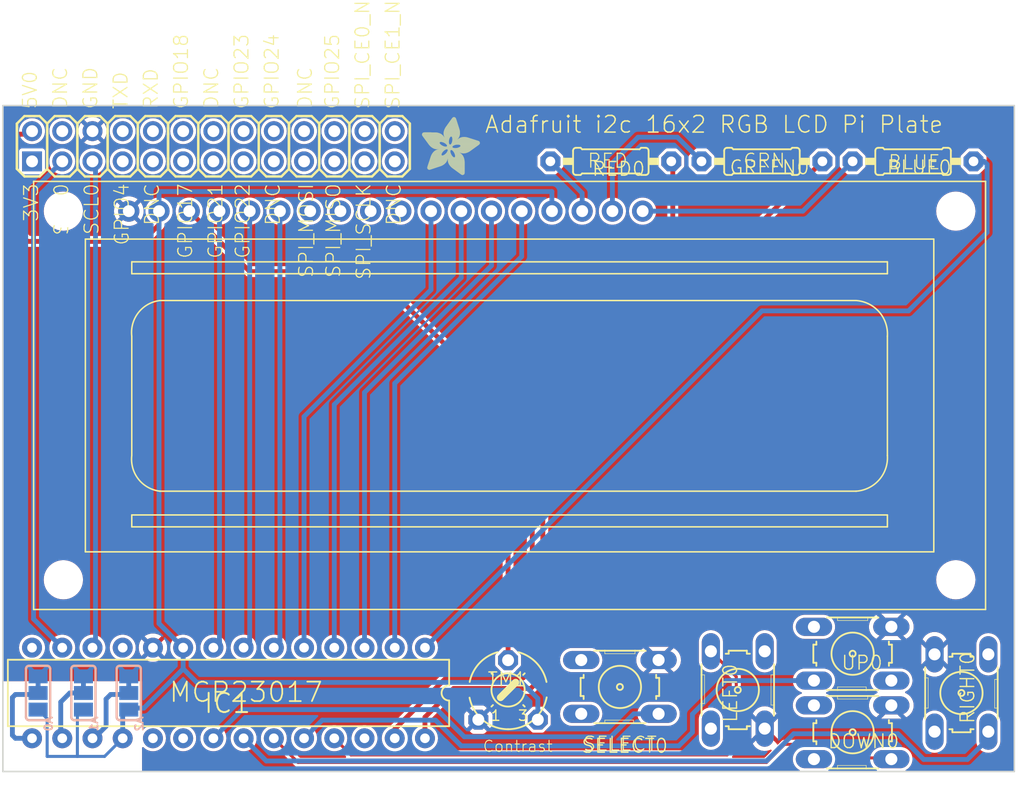
<source format=kicad_pcb>
(kicad_pcb (version 20221018) (generator pcbnew)
  (layers (0 "F.Cu" signal) (1 "In1.Cu" signal) (2 "In2.Cu" signal) (3 "In3.Cu" signal) (4 "In4.Cu" signal) (5 "In5.Cu" signal) (6 "In6.Cu" signal) (7 "In7.Cu" signal) (8 "In8.Cu" signal) (9 "In9.Cu" signal) (10 "In10.Cu" signal) (11 "In11.Cu" signal) (12 "In12.Cu" signal) (13 "In13.Cu" signal) (14 "In14.Cu" signal) (31 "B.Cu" signal) (34 "B.Paste" user) (35 "F.Paste" user) (36 "B.SilkS" user "B.Silkscreen") (37 "F.SilkS" user "F.Silkscreen") (38 "B.Mask" user) (39 "F.Mask" user) (44 "Edge.Cuts" user))
  (net 0 "")
  (net 1 "GND")
  (net 2 "+5V")
  (net 3 "SCL")
  (net 4 "SDA")
  (net 5 "N$2")
  (net 6 "N$3")
  (net 7 "N$4")
  (net 8 "N$5")
  (net 9 "GPA0")
  (net 10 "GPA1")
  (net 11 "GPA2")
  (net 12 "GPA3")
  (net 13 "GPA4")
  (net 14 "GPA6")
  (net 15 "GPA7")
  (net 16 "GPB0")
  (net 17 "GPB1")
  (net 18 "GPB2")
  (net 19 "GPB3")
  (net 20 "GPB4")
  (net 21 "GPB5")
  (net 22 "GPB6")
  (net 23 "GPB7")
  (footprint "working:LCD1602-RGB" (layer "F.Cu") (at 148.5831 101.3806)
    (fp_text reference "U$1" hide)
    (fp_text value "HD44780LCD_RGBLONGPINS" hide)
    (pad "" np_thru_hole circle (at -37.5 -15.5) (size 2.8 2.8) (drill 2.8) (layers "*.Cu" "*.Mask"))
    (pad "" np_thru_hole circle (at -37.5 15.5) (size 2.8 2.8) (drill 2.8) (layers "*.Cu" "*.Mask"))
    (pad "" np_thru_hole circle (at 37.5 -15.5) (size 2.8 2.8) (drill 2.8) (layers "*.Cu" "*.Mask"))
    (pad "" np_thru_hole circle (at 37.5 15.5) (size 2.8 2.8) (drill 2.8) (layers "*.Cu" "*.Mask"))
    (pad "1" thru_hole circle (at -32 -15.5 90) (size 1.778 1.778) (drill 1) (layers "*.Cu" "*.Mask") (net 1 "GND"))
    (pad "2" thru_hole circle (at -29.46 -15.5 90) (size 1.778 1.778) (drill 1) (layers "*.Cu" "*.Mask") (net 2 "+5V"))
    (pad "3" thru_hole circle (at -26.92 -15.5 90) (size 1.778 1.778) (drill 1) (layers "*.Cu" "*.Mask") (net 8 "N$5"))
    (pad "4" thru_hole circle (at -24.38 -15.5 90) (size 1.778 1.778) (drill 1) (layers "*.Cu" "*.Mask") (net 23 "GPB7"))
    (pad "5" thru_hole circle (at -21.84 -15.5 90) (size 1.778 1.778) (drill 1) (layers "*.Cu" "*.Mask") (net 22 "GPB6"))
    (pad "6" thru_hole circle (at -19.3 -15.5 90) (size 1.778 1.778) (drill 1) (layers "*.Cu" "*.Mask") (net 21 "GPB5"))
    (pad "7" thru_hole circle (at -16.76 -15.5 90) (size 1.778 1.778) (drill 1) (layers "*.Cu" "*.Mask"))
    (pad "8" thru_hole circle (at -14.22 -15.5 90) (size 1.778 1.778) (drill 1) (layers "*.Cu" "*.Mask"))
    (pad "9" thru_hole circle (at -11.68 -15.5 90) (size 1.778 1.778) (drill 1) (layers "*.Cu" "*.Mask"))
    (pad "10" thru_hole circle (at -9.14 -15.5 90) (size 1.778 1.778) (drill 1) (layers "*.Cu" "*.Mask"))
    (pad "11" thru_hole circle (at -6.6 -15.5 90) (size 1.778 1.778) (drill 1) (layers "*.Cu" "*.Mask") (net 20 "GPB4"))
    (pad "12" thru_hole circle (at -4.06 -15.5 90) (size 1.778 1.778) (drill 1) (layers "*.Cu" "*.Mask") (net 19 "GPB3"))
    (pad "13" thru_hole circle (at -1.52 -15.5 90) (size 1.778 1.778) (drill 1) (layers "*.Cu" "*.Mask") (net 18 "GPB2"))
    (pad "14" thru_hole circle (at 1.02 -15.5 90) (size 1.778 1.778) (drill 1) (layers "*.Cu" "*.Mask") (net 17 "GPB1"))
    (pad "15" thru_hole circle (at 3.56 -15.5 90) (size 1.778 1.778) (drill 1) (layers "*.Cu" "*.Mask") (net 2 "+5V"))
    (pad "16" thru_hole circle (at 6.1 -15.5 90) (size 1.778 1.778) (drill 1) (layers "*.Cu" "*.Mask") (net 7 "N$4"))
    (pad "17" thru_hole circle (at 8.64 -15.5 90) (size 1.778 1.778) (drill 1) (layers "*.Cu" "*.Mask") (net 6 "N$3"))
    (pad "18" thru_hole circle (at 11.18 -15.5 90) (size 1.778 1.778) (drill 1) (layers "*.Cu" "*.Mask") (net 5 "N$2"))
  )
  (footprint "working:B3F-10XX" (layer "F.Cu") (at 157.8541 125.8916)
    (fp_text reference "SELECT0" (at -3.302 4.953) (layer "F.SilkS") (effects (font (size 1.1557 1.1557) (thickness 0.1143)) (justify left)))
    (fp_text value "")
    (pad "1" thru_hole oval (at -3.2512 -2.2606) (size 3.048 1.524) (drill 1.016) (layers "*.Cu" "*.Mask"))
    (pad "2" thru_hole oval (at 3.2512 -2.2606) (size 3.048 1.524) (drill 1.016) (layers "*.Cu" "*.Mask") (net 1 "GND"))
    (pad "3" thru_hole oval (at -3.2512 2.2606) (size 3.048 1.524) (drill 1.016) (layers "*.Cu" "*.Mask"))
    (pad "4" thru_hole oval (at 3.2512 2.2606) (size 3.048 1.524) (drill 1.016) (layers "*.Cu" "*.Mask") (net 9 "GPA0"))
  )
  (footprint "working:0207_10" (layer "F.Cu") (at 182.4921 81.6956)
    (fp_text reference "BLUE0" (at -2.286 0.508) (layer "F.SilkS") (effects (font (size 1.1557 1.1557) (thickness 0.1143)) (justify left)))
    (fp_text value "220")
    (pad "1" thru_hole roundrect (at -5.08 0) (size 1.6764 1.6764) (drill 0.8128) (layers "*.Cu" "*.Mask") (chamfer_ratio 0.2928932188) (chamfer top_left top_right bottom_left bottom_right) (net 5 "N$2"))
    (pad "2" thru_hole roundrect (at 5.08 0) (size 1.6764 1.6764) (drill 0.8128) (layers "*.Cu" "*.Mask") (chamfer_ratio 0.2928932188) (chamfer top_left top_right bottom_left bottom_right) (net 16 "GPB0"))
  )
  (footprint "working:B3F-10XX" (layer "F.Cu") (at 167.7601 126.1456 -90)
    (fp_text reference "LEFT0" (at -2.286 0.635 90) (layer "F.SilkS") (effects (font (size 1.1557 1.1557) (thickness 0.1143)) (justify right)))
    (fp_text value "")
    (pad "1" thru_hole oval (at -3.2512 -2.2606 270) (size 3.048 1.524) (drill 1.016) (layers "*.Cu" "*.Mask"))
    (pad "2" thru_hole oval (at 3.2512 -2.2606 270) (size 3.048 1.524) (drill 1.016) (layers "*.Cu" "*.Mask") (net 1 "GND"))
    (pad "3" thru_hole oval (at -3.2512 2.2606 270) (size 3.048 1.524) (drill 1.016) (layers "*.Cu" "*.Mask") (net 13 "GPA4"))
    (pad "4" thru_hole oval (at 3.2512 2.2606 270) (size 3.048 1.524) (drill 1.016) (layers "*.Cu" "*.Mask"))
  )
  (footprint "working:6MM" (layer "F.Cu") (at 148.4561 126.1456)
    (fp_text reference "TM1" (at 1.651 -0.889) (layer "F.SilkS") (effects (font (size 1.1557 1.1557) (thickness 0.1143)) (justify right)))
    (fp_text value "10K")
    (fp_text user "3" (at 0.762 2.667) (layer "F.SilkS") (effects (font (size 0.871728 0.871728) (thickness 0.118872)) (justify left bottom)))
    (fp_text user "1" (at -1.524 2.667) (layer "F.SilkS") (effects (font (size 0.871728 0.871728) (thickness 0.118872)) (justify left bottom)))
    (pad "A" thru_hole roundrect (at -2.5 2.5) (size 1.6764 1.6764) (drill 1) (layers "*.Cu" "*.Mask") (chamfer_ratio 0.2928932188) (chamfer top_left top_right bottom_left bottom_right) (net 1 "GND"))
    (pad "E" thru_hole roundrect (at 2.5 2.5) (size 1.6764 1.6764) (drill 1) (layers "*.Cu" "*.Mask") (chamfer_ratio 0.2928932188) (chamfer top_left top_right bottom_left bottom_right) (net 2 "+5V"))
    (pad "S" thru_hole roundrect (at 0 -2.5) (size 1.6764 1.6764) (drill 1) (layers "*.Cu" "*.Mask") (chamfer_ratio 0.2928932188) (chamfer top_left top_right bottom_left bottom_right) (net 8 "N$5"))
  )
  (footprint "working:RASBERRYPI_SHIELD" (layer "F.Cu") (at 191.0011 133.0036 90)
    (fp_text reference "U$4" hide)
    (fp_text value "RASPBERRYPI_BB" hide)
    (fp_text user "SPI_CE1_N" (at 55.626 -51.562 90) (layer "F.SilkS") (effects (font (size 1.1684 1.1684) (thickness 0.1016)) (justify left bottom)))
    (fp_text user "DNC" (at 49.53 -73.152 90) (layer "F.SilkS") (effects (font (size 1.1684 1.1684) (thickness 0.1016)) (justify right top)))
    (fp_text user "3V3" (at 49.53 -83.312 90) (layer "F.SilkS") (effects (font (size 1.1684 1.1684) (thickness 0.1016)) (justify right top)))
    (fp_text user "TXD" (at 55.626 -74.422 90) (layer "F.SilkS") (effects (font (size 1.1684 1.1684) (thickness 0.1016)) (justify left bottom)))
    (fp_text user "GPIO21" (at 49.53 -67.818 90) (layer "F.SilkS") (effects (font (size 1.1684 1.1684) (thickness 0.1016)) (justify right top)))
    (fp_text user "DNC" (at 49.53 -52.832 90) (layer "F.SilkS") (effects (font (size 1.1684 1.1684) (thickness 0.1016)) (justify right top)))
    (fp_text user "GPIO22" (at 49.53 -65.532 90) (layer "F.SilkS") (effects (font (size 1.1684 1.1684) (thickness 0.1016)) (justify right top)))
    (fp_text user "DNC" (at 55.626 -79.502 90) (layer "F.SilkS") (effects (font (size 1.1684 1.1684) (thickness 0.1016)) (justify left bottom)))
    (fp_text user "SPI_SCLK" (at 49.53 -55.372 90) (layer "F.SilkS") (effects (font (size 1.1684 1.1684) (thickness 0.1016)) (justify right top)))
    (fp_text user "5V0" (at 55.626 -82.042 90) (layer "F.SilkS") (effects (font (size 1.1684 1.1684) (thickness 0.1016)) (justify left bottom)))
    (fp_text user "GPIO23" (at 55.626 -64.262 90) (layer "F.SilkS") (effects (font (size 1.1684 1.1684) (thickness 0.1016)) (justify left bottom)))
    (fp_text user "DNC" (at 49.53 -62.992 90) (layer "F.SilkS") (effects (font (size 1.1684 1.1684) (thickness 0.1016)) (justify right top)))
    (fp_text user "GPIO25" (at 55.626 -56.642 90) (layer "F.SilkS") (effects (font (size 1.1684 1.1684) (thickness 0.1016)) (justify left bottom)))
    (fp_text user "GPIO18" (at 55.626 -69.342 90) (layer "F.SilkS") (effects (font (size 1.1684 1.1684) (thickness 0.1016)) (justify left bottom)))
    (fp_text user "SDA0" (at 49.53 -80.772 90) (layer "F.SilkS") (effects (font (size 1.1684 1.1684) (thickness 0.1016)) (justify right top)))
    (fp_text user "DNC" (at 55.626 -58.928 90) (layer "F.SilkS") (effects (font (size 1.1684 1.1684) (thickness 0.1016)) (justify left bottom)))
    (fp_text user "SPI_CE0_N" (at 55.626 -54.102 90) (layer "F.SilkS") (effects (font (size 1.1684 1.1684) (thickness 0.1016)) (justify left bottom)))
    (fp_text user "GPIO17" (at 49.53 -70.358 90) (layer "F.SilkS") (effects (font (size 1.1684 1.1684) (thickness 0.1016)) (justify right top)))
    (fp_text user "GPIO4" (at 49.53 -75.692 90) (layer "F.SilkS") (effects (font (size 1.1684 1.1684) (thickness 0.1016)) (justify right top)))
    (fp_text user "GND" (at 55.626 -76.962 90) (layer "F.SilkS") (effects (font (size 1.1684 1.1684) (thickness 0.1016)) (justify left bottom)))
    (fp_text user "GPIO24" (at 55.626 -61.722 90) (layer "F.SilkS") (effects (font (size 1.1684 1.1684) (thickness 0.1016)) (justify left bottom)))
    (fp_text user "DNC" (at 55.626 -66.802 90) (layer "F.SilkS") (effects (font (size 1.1684 1.1684) (thickness 0.1016)) (justify left bottom)))
    (fp_text user "SPI_MISO" (at 49.53 -57.912 90) (layer "F.SilkS") (effects (font (size 1.1684 1.1684) (thickness 0.1016)) (justify right top)))
    (fp_text user "SPI_MOSI" (at 49.53 -60.198 90) (layer "F.SilkS") (effects (font (size 1.1684 1.1684) (thickness 0.1016)) (justify right top)))
    (fp_text user "RXD" (at 55.626 -71.882 90) (layer "F.SilkS") (effects (font (size 1.1684 1.1684) (thickness 0.1016)) (justify left bottom)))
    (fp_text user "SCL0" (at 49.53 -78.232 90) (layer "F.SilkS") (effects (font (size 1.1684 1.1684) (thickness 0.1016)) (justify right top)))
    (fp_line (start 0 -85) (end 56 -85) (stroke (width 0.127)) (layer "Edge.Cuts"))
    (fp_line (start 0 0) (end 0 -85) (stroke (width 0.127)) (layer "Edge.Cuts"))
    (fp_line (start 56 -85) (end 56 0) (stroke (width 0.127)) (layer "Edge.Cuts"))
    (fp_line (start 56 0) (end 0 0) (stroke (width 0.127)) (layer "Edge.Cuts"))
    (pad "1" thru_hole rect (at 51.308 -82.55) (size 1.6764 1.6764) (drill 1) (layers "*.Cu" "*.Mask"))
    (pad "2" thru_hole circle (at 53.848 -82.55) (size 1.6764 1.6764) (drill 1) (layers "*.Cu" "*.Mask") (net 2 "+5V"))
    (pad "3" thru_hole circle (at 51.308 -80.01) (size 1.6764 1.6764) (drill 1) (layers "*.Cu" "*.Mask") (net 4 "SDA"))
    (pad "4" thru_hole circle (at 53.848 -80.01) (size 1.6764 1.6764) (drill 1) (layers "*.Cu" "*.Mask"))
    (pad "5" thru_hole circle (at 51.308 -77.47) (size 1.6764 1.6764) (drill 1) (layers "*.Cu" "*.Mask") (net 3 "SCL"))
    (pad "6" thru_hole circle (at 53.848 -77.47) (size 1.6764 1.6764) (drill 1) (layers "*.Cu" "*.Mask") (net 1 "GND"))
    (pad "7" thru_hole circle (at 51.308 -74.93) (size 1.6764 1.6764) (drill 1) (layers "*.Cu" "*.Mask"))
    (pad "8" thru_hole circle (at 53.848 -74.93) (size 1.6764 1.6764) (drill 1) (layers "*.Cu" "*.Mask"))
    (pad "9" thru_hole circle (at 51.308 -72.39) (size 1.6764 1.6764) (drill 1) (layers "*.Cu" "*.Mask"))
    (pad "10" thru_hole circle (at 53.848 -72.39) (size 1.6764 1.6764) (drill 1) (layers "*.Cu" "*.Mask"))
    (pad "11" thru_hole circle (at 51.308 -69.85) (size 1.6764 1.6764) (drill 1) (layers "*.Cu" "*.Mask"))
    (pad "12" thru_hole circle (at 53.848 -69.85) (size 1.6764 1.6764) (drill 1) (layers "*.Cu" "*.Mask"))
    (pad "13" thru_hole circle (at 51.308 -67.31) (size 1.6764 1.6764) (drill 1) (layers "*.Cu" "*.Mask"))
    (pad "14" thru_hole circle (at 53.848 -67.31) (size 1.6764 1.6764) (drill 1) (layers "*.Cu" "*.Mask"))
    (pad "15" thru_hole circle (at 51.308 -64.77) (size 1.6764 1.6764) (drill 1) (layers "*.Cu" "*.Mask"))
    (pad "16" thru_hole circle (at 53.848 -64.77) (size 1.6764 1.6764) (drill 1) (layers "*.Cu" "*.Mask"))
    (pad "17" thru_hole circle (at 51.308 -62.23) (size 1.6764 1.6764) (drill 1) (layers "*.Cu" "*.Mask"))
    (pad "18" thru_hole circle (at 53.848 -62.23) (size 1.6764 1.6764) (drill 1) (layers "*.Cu" "*.Mask"))
    (pad "19" thru_hole circle (at 51.308 -59.69) (size 1.6764 1.6764) (drill 1) (layers "*.Cu" "*.Mask"))
    (pad "20" thru_hole circle (at 53.848 -59.69) (size 1.6764 1.6764) (drill 1) (layers "*.Cu" "*.Mask"))
    (pad "21" thru_hole circle (at 51.308 -57.15) (size 1.6764 1.6764) (drill 1) (layers "*.Cu" "*.Mask"))
    (pad "22" thru_hole circle (at 53.848 -57.15) (size 1.6764 1.6764) (drill 1) (layers "*.Cu" "*.Mask"))
    (pad "23" thru_hole circle (at 51.308 -54.61) (size 1.6764 1.6764) (drill 1) (layers "*.Cu" "*.Mask"))
    (pad "24" thru_hole circle (at 53.848 -54.61) (size 1.6764 1.6764) (drill 1) (layers "*.Cu" "*.Mask"))
    (pad "25" thru_hole circle (at 51.308 -52.07) (size 1.6764 1.6764) (drill 1) (layers "*.Cu" "*.Mask"))
    (pad "26" thru_hole circle (at 53.848 -52.07) (size 1.6764 1.6764) (drill 1) (layers "*.Cu" "*.Mask"))
  )
  (footprint "working:0207_10" (layer "F.Cu") (at 157.0921 81.6956)
    (fp_text reference "RED0" (at -1.651 0.635) (layer "F.SilkS") (effects (font (size 1.1557 1.1557) (thickness 0.1143)) (justify left)))
    (fp_text value "220")
    (pad "1" thru_hole roundrect (at -5.08 0) (size 1.6764 1.6764) (drill 0.8128) (layers "*.Cu" "*.Mask") (chamfer_ratio 0.2928932188) (chamfer top_left top_right bottom_left bottom_right) (net 7 "N$4"))
    (pad "2" thru_hole roundrect (at 5.08 0) (size 1.6764 1.6764) (drill 0.8128) (layers "*.Cu" "*.Mask") (chamfer_ratio 0.2928932188) (chamfer top_left top_right bottom_left bottom_right) (net 14 "GPA6"))
  )
  (footprint "working:0207_10" (layer "F.Cu") (at 169.7921 81.6956 180)
    (fp_text reference "GREEN0" (at 2.794 -0.508) (layer "F.SilkS") (effects (font (size 1.1557 1.1557) (thickness 0.1143)) (justify left)))
    (fp_text value "330")
    (pad "1" thru_hole roundrect (at -5.08 0 180) (size 1.6764 1.6764) (drill 0.8128) (layers "*.Cu" "*.Mask") (chamfer_ratio 0.2928932188) (chamfer top_left top_right bottom_left bottom_right) (net 15 "GPA7"))
    (pad "2" thru_hole roundrect (at 5.08 0 180) (size 1.6764 1.6764) (drill 0.8128) (layers "*.Cu" "*.Mask") (chamfer_ratio 0.2928932188) (chamfer top_left top_right bottom_left bottom_right) (net 6 "N$3"))
  )
  (footprint "working:B3F-10XX" (layer "F.Cu") (at 177.4121 123.0976)
    (fp_text reference "UP0" (at -1.016 0.762) (layer "F.SilkS") (effects (font (size 1.1557 1.1557) (thickness 0.1143)) (justify left)))
    (fp_text value "")
    (pad "1" thru_hole oval (at -3.2512 -2.2606) (size 3.048 1.524) (drill 1.016) (layers "*.Cu" "*.Mask"))
    (pad "2" thru_hole oval (at 3.2512 -2.2606) (size 3.048 1.524) (drill 1.016) (layers "*.Cu" "*.Mask") (net 1 "GND"))
    (pad "3" thru_hole oval (at -3.2512 2.2606) (size 3.048 1.524) (drill 1.016) (layers "*.Cu" "*.Mask") (net 12 "GPA3"))
    (pad "4" thru_hole oval (at 3.2512 2.2606) (size 3.048 1.524) (drill 1.016) (layers "*.Cu" "*.Mask"))
  )
  (footprint "working:DIL28-3-ROUND" (layer "F.Cu") (at 124.9611 126.3996 180)
    (fp_text reference "IC1" (at 2.159 -0.8636) (layer "F.SilkS") (effects (font (size 1.61798 1.61798) (thickness 0.16002)) (justify left)))
    (fp_text value "MCP23017SP2")
    (pad "1" thru_hole circle (at -16.51 3.81 270) (size 1.6764 1.6764) (drill 0.8128) (layers "*.Cu" "*.Mask") (net 16 "GPB0"))
    (pad "2" thru_hole circle (at -13.97 3.81 270) (size 1.6764 1.6764) (drill 0.8128) (layers "*.Cu" "*.Mask") (net 17 "GPB1"))
    (pad "3" thru_hole circle (at -11.43 3.81 270) (size 1.6764 1.6764) (drill 0.8128) (layers "*.Cu" "*.Mask") (net 18 "GPB2"))
    (pad "4" thru_hole circle (at -8.89 3.81 270) (size 1.6764 1.6764) (drill 0.8128) (layers "*.Cu" "*.Mask") (net 19 "GPB3"))
    (pad "5" thru_hole circle (at -6.35 3.81 270) (size 1.6764 1.6764) (drill 0.8128) (layers "*.Cu" "*.Mask") (net 20 "GPB4"))
    (pad "6" thru_hole circle (at -3.81 3.81 270) (size 1.6764 1.6764) (drill 0.8128) (layers "*.Cu" "*.Mask") (net 21 "GPB5"))
    (pad "7" thru_hole circle (at -1.27 3.81 270) (size 1.6764 1.6764) (drill 0.8128) (layers "*.Cu" "*.Mask") (net 22 "GPB6"))
    (pad "8" thru_hole circle (at 1.27 3.81 270) (size 1.6764 1.6764) (drill 0.8128) (layers "*.Cu" "*.Mask") (net 23 "GPB7"))
    (pad "9" thru_hole circle (at 3.81 3.81 270) (size 1.6764 1.6764) (drill 0.8128) (layers "*.Cu" "*.Mask") (net 2 "+5V"))
    (pad "10" thru_hole circle (at 6.35 3.81 270) (size 1.6764 1.6764) (drill 0.8128) (layers "*.Cu" "*.Mask") (net 1 "GND"))
    (pad "11" thru_hole circle (at 8.89 3.81 270) (size 1.6764 1.6764) (drill 0.8128) (layers "*.Cu" "*.Mask"))
    (pad "12" thru_hole circle (at 11.43 3.81 270) (size 1.6764 1.6764) (drill 0.8128) (layers "*.Cu" "*.Mask") (net 3 "SCL"))
    (pad "13" thru_hole circle (at 13.97 3.81 270) (size 1.6764 1.6764) (drill 0.8128) (layers "*.Cu" "*.Mask") (net 4 "SDA"))
    (pad "14" thru_hole circle (at 16.51 3.81 270) (size 1.6764 1.6764) (drill 0.8128) (layers "*.Cu" "*.Mask"))
    (pad "15" thru_hole circle (at 16.51 -3.81 270) (size 1.6764 1.6764) (drill 0.8128) (layers "*.Cu" "*.Mask") (net 1 "GND"))
    (pad "16" thru_hole circle (at 13.97 -3.81 270) (size 1.6764 1.6764) (drill 0.8128) (layers "*.Cu" "*.Mask") (net 1 "GND"))
    (pad "17" thru_hole circle (at 11.43 -3.81 270) (size 1.6764 1.6764) (drill 0.8128) (layers "*.Cu" "*.Mask") (net 1 "GND"))
    (pad "18" thru_hole circle (at 8.89 -3.81 270) (size 1.6764 1.6764) (drill 0.8128) (layers "*.Cu" "*.Mask") (net 2 "+5V"))
    (pad "19" thru_hole circle (at 6.35 -3.81 270) (size 1.6764 1.6764) (drill 0.8128) (layers "*.Cu" "*.Mask"))
    (pad "20" thru_hole circle (at 3.81 -3.81 270) (size 1.6764 1.6764) (drill 0.8128) (layers "*.Cu" "*.Mask"))
    (pad "21" thru_hole circle (at 1.27 -3.81 270) (size 1.6764 1.6764) (drill 0.8128) (layers "*.Cu" "*.Mask") (net 9 "GPA0"))
    (pad "22" thru_hole circle (at -1.27 -3.81 270) (size 1.6764 1.6764) (drill 0.8128) (layers "*.Cu" "*.Mask") (net 10 "GPA1"))
    (pad "23" thru_hole circle (at -3.81 -3.81 270) (size 1.6764 1.6764) (drill 0.8128) (layers "*.Cu" "*.Mask") (net 11 "GPA2"))
    (pad "24" thru_hole circle (at -6.35 -3.81 270) (size 1.6764 1.6764) (drill 0.8128) (layers "*.Cu" "*.Mask") (net 12 "GPA3"))
    (pad "25" thru_hole circle (at -8.89 -3.81 270) (size 1.6764 1.6764) (drill 0.8128) (layers "*.Cu" "*.Mask") (net 13 "GPA4"))
    (pad "26" thru_hole circle (at -11.43 -3.81 270) (size 1.6764 1.6764) (drill 0.8128) (layers "*.Cu" "*.Mask"))
    (pad "27" thru_hole circle (at -13.97 -3.81 270) (size 1.6764 1.6764) (drill 0.8128) (layers "*.Cu" "*.Mask") (net 14 "GPA6"))
    (pad "28" thru_hole circle (at -16.51 -3.81 270) (size 1.6764 1.6764) (drill 0.8128) (layers "*.Cu" "*.Mask") (net 15 "GPA7"))
  )
  (footprint "working:ADAFRUIT_5MM" (layer "F.Cu") (at 141.2171 82.8386)
    (fp_text reference "U$2" hide)
    (fp_text value "" hide)
  )
  (footprint "working:B3F-10XX" (layer "F.Cu") (at 177.4121 129.7016)
    (fp_text reference "DOWN0" (at -2.159 0.762) (layer "F.SilkS") (effects (font (size 1.1557 1.1557) (thickness 0.1143)) (justify left)))
    (fp_text value "")
    (pad "1" thru_hole oval (at -3.2512 -2.2606) (size 3.048 1.524) (drill 1.016) (layers "*.Cu" "*.Mask"))
    (pad "2" thru_hole oval (at 3.2512 -2.2606) (size 3.048 1.524) (drill 1.016) (layers "*.Cu" "*.Mask") (net 1 "GND"))
    (pad "3" thru_hole oval (at -3.2512 2.2606) (size 3.048 1.524) (drill 1.016) (layers "*.Cu" "*.Mask"))
    (pad "4" thru_hole oval (at 3.2512 2.2606) (size 3.048 1.524) (drill 1.016) (layers "*.Cu" "*.Mask") (net 11 "GPA2"))
  )
  (footprint "working:B3F-10XX" (layer "F.Cu") (at 186.5561 126.3996 90)
    (fp_text reference "RIGHT0" (at -2.667 0.508 90) (layer "F.SilkS") (effects (font (size 1.1557 1.1557) (thickness 0.1143)) (justify left)))
    (fp_text value "")
    (pad "1" thru_hole oval (at -3.2512 -2.2606 90) (size 3.048 1.524) (drill 1.016) (layers "*.Cu" "*.Mask"))
    (pad "2" thru_hole oval (at 3.2512 -2.2606 90) (size 3.048 1.524) (drill 1.016) (layers "*.Cu" "*.Mask") (net 1 "GND"))
    (pad "3" thru_hole oval (at -3.2512 2.2606 90) (size 3.048 1.524) (drill 1.016) (layers "*.Cu" "*.Mask") (net 10 "GPA1"))
    (pad "4" thru_hole oval (at 3.2512 2.2606 90) (size 3.048 1.524) (drill 1.016) (layers "*.Cu" "*.Mask"))
  )
  (footprint "working:SOLDERJUMPER_2WAY_OPEN_NOPASTE" (layer "B.Cu") (at 112.7691 126.3996 90)
    (fp_text reference "A1" (at -1.905 1.27 270) (layer "B.SilkS") (effects (font (size 0.666496 0.666496) (thickness 0.146304)) (justify left bottom mirror)))
    (fp_text value "")
    (pad "1" smd rect (at -1.397 0 90) (size 1.1684 1.6002) (layers "B.Cu" "B.Mask") (net 2 "+5V"))
    (pad "2" smd rect (at 0 0 90) (size 1.1684 1.6002) (layers "B.Cu" "B.Paste" "B.Mask") (net 1 "GND"))
    (pad "3" smd rect (at 1.397 0 90) (size 1.1684 1.6002) (layers "B.Cu" "B.Mask") (net 1 "GND"))
  )
  (footprint "working:SOLDERJUMPER_2WAY_OPEN_NOPASTE" (layer "B.Cu") (at 108.9591 126.3996 90)
    (fp_text reference "A0" (at -1.905 1.27 270) (layer "B.SilkS") (effects (font (size 0.666496 0.666496) (thickness 0.146304)) (justify left bottom mirror)))
    (fp_text value "")
    (pad "1" smd rect (at -1.397 0 90) (size 1.1684 1.6002) (layers "B.Cu" "B.Mask") (net 2 "+5V"))
    (pad "2" smd rect (at 0 0 90) (size 1.1684 1.6002) (layers "B.Cu" "B.Paste" "B.Mask") (net 1 "GND"))
    (pad "3" smd rect (at 1.397 0 90) (size 1.1684 1.6002) (layers "B.Cu" "B.Mask") (net 1 "GND"))
  )
  (footprint "working:SOLDERJUMPER_2WAY_OPEN_NOPASTE" (layer "B.Cu") (at 116.5791 126.3996 90)
    (fp_text reference "A2" (at -1.905 1.27 270) (layer "B.SilkS") (effects (font (size 0.666496 0.666496) (thickness 0.146304)) (justify left bottom mirror)))
    (fp_text value "")
    (pad "1" smd rect (at -1.397 0 90) (size 1.1684 1.6002) (layers "B.Cu" "B.Mask") (net 2 "+5V"))
    (pad "2" smd rect (at 0 0 90) (size 1.1684 1.6002) (layers "B.Cu" "B.Paste" "B.Mask") (net 1 "GND"))
    (pad "3" smd rect (at 1.397 0 90) (size 1.1684 1.6002) (layers "B.Cu" "B.Mask") (net 1 "GND"))
  )
  (gr_text "SELECT" (at 154.6791 131.3526) (layer "F.SilkS") (effects (font (size 1.1684 1.1684) (thickness 0.1016)) (justify left bottom)))
  (gr_text "GRN" (at 168.1411 82.3306) (layer "F.SilkS") (effects (font (size 1.1684 1.1684) (thickness 0.1016)) (justify left bottom)))
  (gr_text "MCP23017" (at 119.8811 127.2886) (layer "F.SilkS") (effects (font (size 1.63576 1.63576) (thickness 0.14224)) (justify left bottom)))
  (gr_text "RED" (at 155.0601 82.3306) (layer "F.SilkS") (effects (font (size 1.1684 1.1684) (thickness 0.1016)) (justify left bottom)))
  (gr_text "Adafruit i2c 16x2 RGB LCD Pi Plate" (at 146.4241 79.4096) (layer "F.SilkS") (effects (font (size 1.40208 1.40208) (thickness 0.12192)) (justify left bottom)))
  (gr_text "BLUE" (at 180.3331 82.4576) (layer "F.SilkS") (effects (font (size 1.1684 1.1684) (thickness 0.1016)) (justify left bottom)))
  (gr_text "Contrast" (at 152.2661 130.3366) (layer "F.SilkS") (effects (font (size 0.93472 0.93472) (thickness 0.08128)) (justify right top)))
  (segment (start 112.7691 126.3996) (end 112.7691 125.0026) (width 0.4064) (layer "B.Cu") (net 1))
  (segment (start 111.6261 126.3996) (end 112.7691 126.3996) (width 0.4064) (layer "B.Cu") (net 1))
  (segment (start 107.0541 130.2096) (end 108.4511 130.2096) (width 0.4064) (layer "B.Cu") (net 1))
  (segment (start 106.8001 129.9556) (end 107.0541 130.2096) (width 0.4064) (layer "B.Cu") (net 1))
  (segment (start 110.8641 130.0826) (end 110.8641 127.1616) (width 0.4064) (layer "B.Cu") (net 1))
  (segment (start 116.4521 126.5266) (end 116.5791 126.3996) (width 0.4064) (layer "B.Cu") (net 1))
  (segment (start 110.9911 130.2096) (end 110.8641 130.0826) (width 0.4064) (layer "B.Cu") (net 1))
  (segment (start 107.0541 126.5266) (end 106.8001 126.7806) (width 0.4064) (layer "B.Cu") (net 1))
  (segment (start 114.6741 129.1936) (end 114.6741 126.9076) (width 0.4064) (layer "B.Cu") (net 1))
  (segment (start 114.6741 126.9076) (end 115.0551 126.5266) (width 0.4064) (layer "B.Cu") (net 1))
  (segment (start 113.6581 130.2096) (end 114.6741 129.1936) (width 0.4064) (layer "B.Cu") (net 1))
  (segment (start 115.0551 126.5266) (end 116.4521 126.5266) (width 0.4064) (layer "B.Cu") (net 1))
  (segment (start 110.8641 127.1616) (end 111.6261 126.3996) (width 0.4064) (layer "B.Cu") (net 1))
  (segment (start 106.8001 126.7806) (end 106.8001 129.9556) (width 0.4064) (layer "B.Cu") (net 1))
  (segment (start 113.5311 130.2096) (end 113.6581 130.2096) (width 0.4064) (layer "B.Cu") (net 1))
  (segment (start 108.9591 126.3996) (end 108.9591 125.0026) (width 0.4064) (layer "B.Cu") (net 1))
  (segment (start 108.8321 126.5266) (end 107.0541 126.5266) (width 0.4064) (layer "B.Cu") (net 1))
  (segment (start 108.9591 126.3996) (end 108.8321 126.5266) (width 0.4064) (layer "B.Cu") (net 1))
  (segment (start 116.5791 126.3996) (end 116.5791 125.0026) (width 0.4064) (layer "B.Cu") (net 1))
  (segment (start 119.1231 87.0256) (end 117.7221 88.4266) (width 0.4064) (layer "F.Cu") (net 2))
  (segment (start 108.1971 79.4096) (end 108.4511 79.1556) (width 0.4064) (layer "F.Cu") (net 2))
  (segment (start 108.0701 88.4266) (end 106.8001 87.1566) (width 0.4064) (layer "F.Cu") (net 2))
  (segment (start 106.8001 80.0446) (end 107.4351 79.4096) (width 0.4064) (layer "F.Cu") (net 2))
  (segment (start 117.7221 88.4266) (end 108.0701 88.4266) (width 0.4064) (layer "F.Cu") (net 2))
  (segment (start 119.1231 85.8806) (end 119.1231 87.0256) (width 0.4064) (layer "F.Cu") (net 2))
  (segment (start 107.4351 79.4096) (end 108.1971 79.4096) (width 0.4064) (layer "F.Cu") (net 2))
  (segment (start 106.8001 87.1566) (end 106.8001 80.0446) (width 0.4064) (layer "F.Cu") (net 2))
  (segment (start 109.7211 128.5586) (end 109.7211 131.7336) (width 0.254) (layer "B.Cu") (net 2))
  (segment (start 114.5471 131.7336) (end 112.2611 131.7336) (width 0.254) (layer "B.Cu") (net 2))
  (segment (start 116.0711 130.2096) (end 114.5471 131.7336) (width 0.254) (layer "B.Cu") (net 2))
  (segment (start 119.1231 85.8806) (end 119.1231 84.2356) (width 0.4064) (layer "B.Cu") (net 2))
  (segment (start 109.7211 131.7336) (end 112.2611 131.7336) (width 0.254) (layer "B.Cu") (net 2))
  (segment (start 150.9561 126.8676) (end 150.9561 128.6456) (width 0.4064) (layer "B.Cu") (net 2))
  (segment (start 121.1511 124.3676) (end 117.8491 127.6696) (width 0.4064) (layer "B.Cu") (net 2))
  (segment (start 117.8491 127.6696) (end 116.7061 127.6696) (width 0.4064) (layer "B.Cu") (net 2))
  (segment (start 108.9591 127.7966) (end 109.7211 128.5586) (width 0.254) (layer "B.Cu") (net 2))
  (segment (start 121.1511 122.5896) (end 121.1511 124.3676) (width 0.4064) (layer "B.Cu") (net 2))
  (segment (start 152.1391 84.2356) (end 152.1391 85.8806) (width 0.4064) (layer "B.Cu") (net 2))
  (segment (start 112.2611 131.7336) (end 112.2611 128.3046) (width 0.254) (layer "B.Cu") (net 2))
  (segment (start 119.1231 120.5616) (end 119.1231 85.8806) (width 0.4064) (layer "B.Cu") (net 2))
  (segment (start 116.0711 128.3046) (end 116.5791 127.7966) (width 0.4064) (layer "B.Cu") (net 2))
  (segment (start 116.0711 130.2096) (end 116.0711 128.3046) (width 0.4064) (layer "B.Cu") (net 2))
  (segment (start 121.1511 122.5896) (end 119.1231 120.5616) (width 0.4064) (layer "B.Cu") (net 2))
  (segment (start 121.1511 124.3676) (end 122.2941 125.5106) (width 0.4064) (layer "B.Cu") (net 2))
  (segment (start 112.2611 128.3046) (end 112.7691 127.7966) (width 0.254) (layer "B.Cu") (net 2))
  (segment (start 122.2941 125.5106) (end 149.5991 125.5106) (width 0.4064) (layer "B.Cu") (net 2))
  (segment (start 149.5991 125.5106) (end 150.9561 126.8676) (width 0.4064) (layer "B.Cu") (net 2))
  (segment (start 119.1231 84.2356) (end 152.1391 84.2356) (width 0.4064) (layer "B.Cu") (net 2))
  (segment (start 152.1391 85.8806) (end 152.1431 85.8806) (width 0.4064) (layer "B.Cu") (net 2))
  (segment (start 116.7061 127.6696) (end 116.5791 127.7966) (width 0.4064) (layer "B.Cu") (net 2))
  (segment (start 113.5311 122.5896) (end 113.7851 122.3356) (width 0.4064) (layer "B.Cu") (net 3))
  (segment (start 113.7851 82.2036) (end 113.5311 81.9496) (width 0.4064) (layer "B.Cu") (net 3))
  (segment (start 113.5311 81.9496) (end 113.5311 81.6956) (width 0.4064) (layer "B.Cu") (net 3))
  (segment (start 113.7851 122.3356) (end 113.7851 82.2036) (width 0.4064) (layer "B.Cu") (net 3))
  (segment (start 110.9911 122.5896) (end 108.5781 120.1766) (width 0.4064) (layer "B.Cu") (net 4))
  (segment (start 108.5781 84.1086) (end 110.9911 81.6956) (width 0.4064) (layer "B.Cu") (net 4))
  (segment (start 108.5781 120.1766) (end 108.5781 84.1086) (width 0.4064) (layer "B.Cu") (net 4))
  (segment (start 173.2271 85.8806) (end 177.4121 81.6956) (width 0.4064) (layer "B.Cu") (net 5))
  (segment (start 159.7631 85.8806) (end 173.2271 85.8806) (width 0.4064) (layer "B.Cu") (net 5))
  (segment (start 157.2231 85.8806) (end 157.2231 81.8186) (width 0.4064) (layer "B.Cu") (net 6))
  (segment (start 162.6801 79.6636) (end 164.7121 81.6956) (width 0.4064) (layer "B.Cu") (net 6))
  (segment (start 157.2231 81.8186) (end 159.3781 79.6636) (width 0.4064) (layer "B.Cu") (net 6))
  (segment (start 159.3781 79.6636) (end 162.6801 79.6636) (width 0.4064) (layer "B.Cu") (net 6))
  (segment (start 154.6831 85.8806) (end 154.6831 84.3666) (width 0.4064) (layer "B.Cu") (net 7))
  (segment (start 154.6831 84.3666) (end 152.0121 81.6956) (width 0.4064) (layer "B.Cu") (net 7))
  (segment (start 137.0261 90.9666) (end 126.7491 90.9666) (width 0.4064) (layer "F.Cu") (net 8))
  (segment (start 148.4561 102.3966) (end 137.0261 90.9666) (width 0.4064) (layer "F.Cu") (net 8))
  (segment (start 126.7491 90.9666) (end 121.6631 85.8806) (width 0.4064) (layer "F.Cu") (net 8))
  (segment (start 148.4561 123.6456) (end 148.4561 102.3966) (width 0.4064) (layer "F.Cu") (net 8))
  (segment (start 144.7731 130.0826) (end 157.0921 130.0826) (width 0.4064) (layer "B.Cu") (net 9))
  (segment (start 123.6911 130.2096) (end 126.1041 127.7966) (width 0.4064) (layer "B.Cu") (net 9))
  (segment (start 142.4871 127.7966) (end 144.7731 130.0826) (width 0.4064) (layer "B.Cu") (net 9))
  (segment (start 159.0225 128.1522) (end 161.1053 128.1522) (width 0.4064) (layer "B.Cu") (net 9))
  (segment (start 126.1041 127.7966) (end 142.4871 127.7966) (width 0.4064) (layer "B.Cu") (net 9))
  (segment (start 157.0921 130.0826) (end 159.0225 128.1522) (width 0.4064) (layer "B.Cu") (net 9))
  (segment (start 172.4591 129.8286) (end 181.2221 129.8286) (width 0.4064) (layer "B.Cu") (net 10))
  (segment (start 187.0641 131.9876) (end 188.8167 130.235) (width 0.4064) (layer "B.Cu") (net 10))
  (segment (start 188.8167 130.235) (end 188.8167 129.6508) (width 0.4064) (layer "B.Cu") (net 10))
  (segment (start 128.1361 132.1146) (end 170.1731 132.1146) (width 0.4064) (layer "B.Cu") (net 10))
  (segment (start 181.2221 129.8286) (end 183.3811 131.9876) (width 0.4064) (layer "B.Cu") (net 10))
  (segment (start 170.1731 132.1146) (end 172.4591 129.8286) (width 0.4064) (layer "B.Cu") (net 10))
  (segment (start 126.2311 130.2096) (end 128.1361 132.1146) (width 0.4064) (layer "B.Cu") (net 10))
  (segment (start 183.3811 131.9876) (end 187.0641 131.9876) (width 0.4064) (layer "B.Cu") (net 10))
  (segment (start 178.5551 131.8606) (end 179.9521 131.8606) (width 0.254) (layer "F.Cu") (net 11))
  (segment (start 171.6971 130.7176) (end 177.4121 130.7176) (width 0.254) (layer "F.Cu") (net 11))
  (segment (start 177.4121 130.7176) (end 178.5551 131.8606) (width 0.254) (layer "F.Cu") (net 11))
  (segment (start 130.8031 132.2416) (end 170.1731 132.2416) (width 0.254) (layer "F.Cu") (net 11))
  (segment (start 179.9521 131.8606) (end 180.0537 131.9622) (width 0.254) (layer "F.Cu") (net 11))
  (segment (start 128.7711 130.2096) (end 130.8031 132.2416) (width 0.254) (layer "F.Cu") (net 11))
  (segment (start 180.0537 131.9622) (end 180.6633 131.9622) (width 0.254) (layer "F.Cu") (net 11))
  (segment (start 170.1731 132.2416) (end 171.6971 130.7176) (width 0.254) (layer "F.Cu") (net 11))
  (segment (start 132.8351 128.6856) (end 142.3601 128.6856) (width 0.4064) (layer "B.Cu") (net 12))
  (segment (start 166.7695 125.3582) (end 174.1609 125.3582) (width 0.4064) (layer "B.Cu") (net 12))
  (segment (start 131.3111 130.2096) (end 132.8351 128.6856) (width 0.4064) (layer "B.Cu") (net 12))
  (segment (start 144.5191 130.8446) (end 162.8071 130.8446) (width 0.4064) (layer "B.Cu") (net 12))
  (segment (start 163.9501 129.7016) (end 163.9501 128.1776) (width 0.4064) (layer "B.Cu") (net 12))
  (segment (start 142.3601 128.6856) (end 144.5191 130.8446) (width 0.4064) (layer "B.Cu") (net 12))
  (segment (start 163.9501 128.1776) (end 166.7695 125.3582) (width 0.4064) (layer "B.Cu") (net 12))
  (segment (start 162.8071 130.8446) (end 163.9501 129.7016) (width 0.4064) (layer "B.Cu") (net 12))
  (segment (start 166.8711 131.6066) (end 167.6331 130.8446) (width 0.254) (layer "F.Cu") (net 13))
  (segment (start 167.6331 130.8446) (end 167.6331 125.028) (width 0.254) (layer "F.Cu") (net 13))
  (segment (start 133.8511 130.2096) (end 135.2481 131.6066) (width 0.254) (layer "F.Cu") (net 13))
  (segment (start 135.2481 131.6066) (end 166.8711 131.6066) (width 0.254) (layer "F.Cu") (net 13))
  (segment (start 167.6331 125.028) (end 165.4995 122.8944) (width 0.254) (layer "F.Cu") (net 13))
  (segment (start 150.4881 124.3676) (end 150.4881 102.0156) (width 0.4064) (layer "F.Cu") (net 14))
  (segment (start 149.7261 125.1296) (end 150.4881 124.3676) (width 0.4064) (layer "F.Cu") (net 14))
  (segment (start 138.9311 129.4476) (end 143.2491 125.1296) (width 0.4064) (layer "F.Cu") (net 14))
  (segment (start 150.4881 102.0156) (end 162.2991 90.2046) (width 0.4064) (layer "F.Cu") (net 14))
  (segment (start 143.2491 125.1296) (end 149.7261 125.1296) (width 0.4064) (layer "F.Cu") (net 14))
  (segment (start 162.2991 81.8226) (end 162.1721 81.6956) (width 0.4064) (layer "F.Cu") (net 14))
  (segment (start 162.2991 90.2046) (end 162.2991 81.8226) (width 0.4064) (layer "F.Cu") (net 14))
  (segment (start 138.9311 130.2096) (end 138.9311 129.4476) (width 0.4064) (layer "F.Cu") (net 14))
  (segment (start 151.3771 125.0026) (end 151.3771 105.1906) (width 0.4064) (layer "F.Cu") (net 15))
  (segment (start 141.4711 128.4316) (end 143.8841 126.0186) (width 0.4064) (layer "F.Cu") (net 15))
  (segment (start 143.8841 126.0186) (end 150.3611 126.0186) (width 0.4064) (layer "F.Cu") (net 15))
  (segment (start 151.3771 105.1906) (end 174.8721 81.6956) (width 0.4064) (layer "F.Cu") (net 15))
  (segment (start 150.3611 126.0186) (end 151.3771 125.0026) (width 0.4064) (layer "F.Cu") (net 15))
  (segment (start 141.4711 130.2096) (end 141.4711 128.4316) (width 0.4064) (layer "F.Cu") (net 15))
  (segment (start 141.4711 122.5896) (end 169.7921 94.2686) (width 0.4064) (layer "B.Cu") (net 16))
  (segment (start 188.4611 81.6956) (end 187.5721 81.6956) (width 0.4064) (layer "B.Cu") (net 16))
  (segment (start 188.7151 81.9496) (end 188.4611 81.6956) (width 0.4064) (layer "B.Cu") (net 16))
  (segment (start 188.7151 87.6646) (end 188.7151 81.9496) (width 0.4064) (layer "B.Cu") (net 16))
  (segment (start 169.7921 94.2686) (end 182.1111 94.2686) (width 0.4064) (layer "B.Cu") (net 16))
  (segment (start 182.1111 94.2686) (end 188.7151 87.6646) (width 0.4064) (layer "B.Cu") (net 16))
  (segment (start 149.5991 85.8846) (end 149.6031 85.8806) (width 0.4064) (layer "B.Cu") (net 17))
  (segment (start 149.5991 89.6966) (end 149.5991 85.8846) (width 0.4064) (layer "B.Cu") (net 17))
  (segment (start 138.9311 100.3646) (end 149.5991 89.6966) (width 0.4064) (layer "B.Cu") (net 17))
  (segment (start 138.9311 122.5896) (end 138.9311 100.3646) (width 0.4064) (layer "B.Cu") (net 17))
  (segment (start 136.3911 101.1266) (end 147.0591 90.4586) (width 0.4064) (layer "B.Cu") (net 18))
  (segment (start 136.3911 122.5896) (end 136.3911 101.1266) (width 0.4064) (layer "B.Cu") (net 18))
  (segment (start 147.0591 85.8846) (end 147.0631 85.8806) (width 0.4064) (layer "B.Cu") (net 18))
  (segment (start 147.0591 90.4586) (end 147.0591 85.8846) (width 0.4064) (layer "B.Cu") (net 18))
  (segment (start 133.8511 122.5896) (end 133.8511 102.1426) (width 0.4064) (layer "B.Cu") (net 19))
  (segment (start 144.5191 85.8846) (end 144.5231 85.8806) (width 0.4064) (layer "B.Cu") (net 19))
  (segment (start 133.8511 102.1426) (end 144.5191 91.4746) (width 0.4064) (layer "B.Cu") (net 19))
  (segment (start 144.5191 91.4746) (end 144.5191 85.8846) (width 0.4064) (layer "B.Cu") (net 19))
  (segment (start 141.9791 85.8846) (end 141.9831 85.8806) (width 0.4064) (layer "B.Cu") (net 20))
  (segment (start 131.3111 122.5896) (end 131.3111 103.1586) (width 0.4064) (layer "B.Cu") (net 20))
  (segment (start 141.9791 92.4906) (end 141.9791 85.8846) (width 0.4064) (layer "B.Cu") (net 20))
  (segment (start 131.3111 103.1586) (end 141.9791 92.4906) (width 0.4064) (layer "B.Cu") (net 20))
  (segment (start 129.2831 122.0776) (end 129.2831 85.8806) (width 0.4064) (layer "B.Cu") (net 21))
  (segment (start 128.7711 122.5896) (end 129.2831 122.0776) (width 0.4064) (layer "B.Cu") (net 21))
  (segment (start 126.7431 122.0776) (end 126.7431 85.8806) (width 0.4064) (layer "B.Cu") (net 22))
  (segment (start 126.2311 122.5896) (end 126.7431 122.0776) (width 0.4064) (layer "B.Cu") (net 22))
  (segment (start 124.2031 122.0776) (end 124.2031 85.8806) (width 0.4064) (layer "B.Cu") (net 23))
  (segment (start 123.6911 122.5896) (end 124.2031 122.0776) (width 0.4064) (layer "B.Cu") (net 23))
  (zone (net 1) (net_name "GND") (layer "F.Cu") (priority 6) (connect_pads (clearance 0.000001)) (min_thickness 0.1524) (fill yes (thermal_gap 0.3548) (thermal_bridge_width 0.3548))
    (polygon (pts (xy 191.2805 133.282736) (xy 117.6967 133.410264) (xy 117.6967 125.409) (xy 105.758297 125.409) (xy 105.886102 76.9712) (xy 191.2805 76.9712)))
  )
  (zone (net 1) (net_name "GND") (layer "B.Cu") (priority 6) (connect_pads (clearance 0.000001)) (min_thickness 0.1524) (fill yes (thermal_gap 0.3548) (thermal_bridge_width 0.3548))
    (polygon (pts (xy 191.2805 133.282473) (xy 117.6967 133.537529) (xy 117.6967 125.409) (xy 105.758297 125.409) (xy 105.886102 76.9712) (xy 191.2805 76.9712)))
  )
)
</source>
